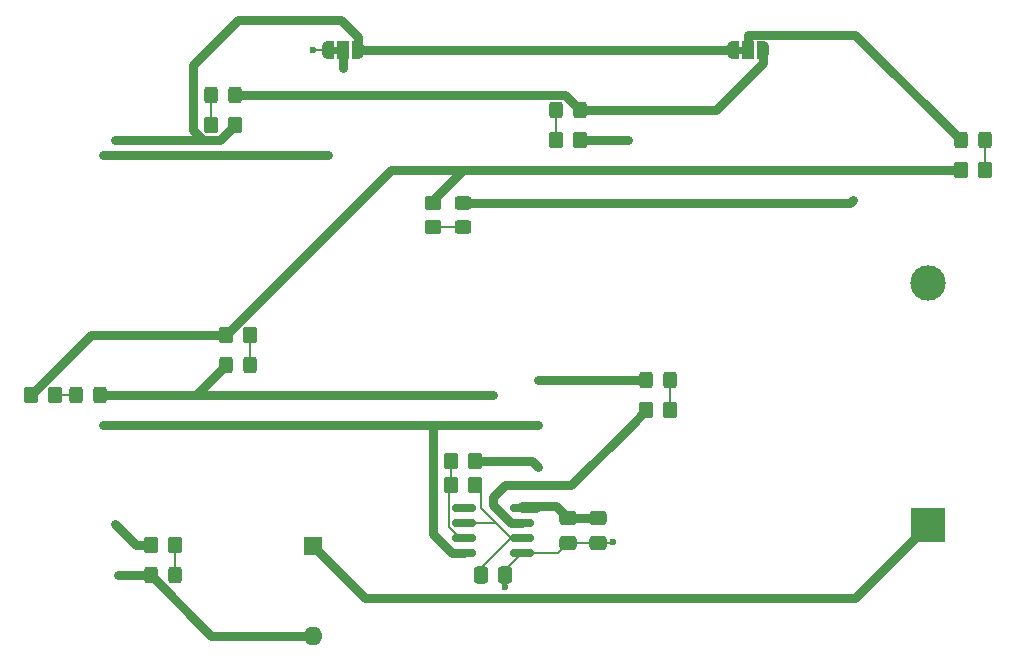
<source format=gbr>
%TF.GenerationSoftware,KiCad,Pcbnew,8.0.6-8.0.6-0~ubuntu22.04.1*%
%TF.CreationDate,2024-11-10T20:50:00-05:00*%
%TF.ProjectId,Badge,42616467-652e-46b6-9963-61645f706362,1.0*%
%TF.SameCoordinates,Original*%
%TF.FileFunction,Copper,L1,Top*%
%TF.FilePolarity,Positive*%
%FSLAX46Y46*%
G04 Gerber Fmt 4.6, Leading zero omitted, Abs format (unit mm)*
G04 Created by KiCad (PCBNEW 8.0.6-8.0.6-0~ubuntu22.04.1) date 2024-11-10 20:50:00*
%MOMM*%
%LPD*%
G01*
G04 APERTURE LIST*
G04 Aperture macros list*
%AMRoundRect*
0 Rectangle with rounded corners*
0 $1 Rounding radius*
0 $2 $3 $4 $5 $6 $7 $8 $9 X,Y pos of 4 corners*
0 Add a 4 corners polygon primitive as box body*
4,1,4,$2,$3,$4,$5,$6,$7,$8,$9,$2,$3,0*
0 Add four circle primitives for the rounded corners*
1,1,$1+$1,$2,$3*
1,1,$1+$1,$4,$5*
1,1,$1+$1,$6,$7*
1,1,$1+$1,$8,$9*
0 Add four rect primitives between the rounded corners*
20,1,$1+$1,$2,$3,$4,$5,0*
20,1,$1+$1,$4,$5,$6,$7,0*
20,1,$1+$1,$6,$7,$8,$9,0*
20,1,$1+$1,$8,$9,$2,$3,0*%
%AMFreePoly0*
4,1,19,0.550000,-0.750000,0.000000,-0.750000,0.000000,-0.744911,-0.071157,-0.744911,-0.207708,-0.704816,-0.327430,-0.627875,-0.420627,-0.520320,-0.479746,-0.390866,-0.500000,-0.250000,-0.500000,0.250000,-0.479746,0.390866,-0.420627,0.520320,-0.327430,0.627875,-0.207708,0.704816,-0.071157,0.744911,0.000000,0.744911,0.000000,0.750000,0.550000,0.750000,0.550000,-0.750000,0.550000,-0.750000,
$1*%
%AMFreePoly1*
4,1,19,0.000000,0.744911,0.071157,0.744911,0.207708,0.704816,0.327430,0.627875,0.420627,0.520320,0.479746,0.390866,0.500000,0.250000,0.500000,-0.250000,0.479746,-0.390866,0.420627,-0.520320,0.327430,-0.627875,0.207708,-0.704816,0.071157,-0.744911,0.000000,-0.744911,0.000000,-0.750000,-0.550000,-0.750000,-0.550000,0.750000,0.000000,0.750000,0.000000,0.744911,0.000000,0.744911,
$1*%
G04 Aperture macros list end*
%TA.AperFunction,EtchedComponent*%
%ADD10C,0.000000*%
%TD*%
%TA.AperFunction,ComponentPad*%
%ADD11R,1.600000X1.600000*%
%TD*%
%TA.AperFunction,ComponentPad*%
%ADD12O,1.600000X1.600000*%
%TD*%
%TA.AperFunction,SMDPad,CuDef*%
%ADD13RoundRect,0.250000X0.325000X0.450000X-0.325000X0.450000X-0.325000X-0.450000X0.325000X-0.450000X0*%
%TD*%
%TA.AperFunction,SMDPad,CuDef*%
%ADD14RoundRect,0.250000X-0.325000X-0.450000X0.325000X-0.450000X0.325000X0.450000X-0.325000X0.450000X0*%
%TD*%
%TA.AperFunction,SMDPad,CuDef*%
%ADD15RoundRect,0.250000X0.350000X0.450000X-0.350000X0.450000X-0.350000X-0.450000X0.350000X-0.450000X0*%
%TD*%
%TA.AperFunction,SMDPad,CuDef*%
%ADD16RoundRect,0.250000X-0.350000X-0.450000X0.350000X-0.450000X0.350000X0.450000X-0.350000X0.450000X0*%
%TD*%
%TA.AperFunction,SMDPad,CuDef*%
%ADD17RoundRect,0.250000X-0.475000X0.337500X-0.475000X-0.337500X0.475000X-0.337500X0.475000X0.337500X0*%
%TD*%
%TA.AperFunction,SMDPad,CuDef*%
%ADD18FreePoly0,0.000000*%
%TD*%
%TA.AperFunction,SMDPad,CuDef*%
%ADD19R,1.000000X1.500000*%
%TD*%
%TA.AperFunction,SMDPad,CuDef*%
%ADD20FreePoly1,0.000000*%
%TD*%
%TA.AperFunction,ComponentPad*%
%ADD21R,3.000000X3.000000*%
%TD*%
%TA.AperFunction,ComponentPad*%
%ADD22C,3.000000*%
%TD*%
%TA.AperFunction,SMDPad,CuDef*%
%ADD23RoundRect,0.150000X0.825000X0.150000X-0.825000X0.150000X-0.825000X-0.150000X0.825000X-0.150000X0*%
%TD*%
%TA.AperFunction,SMDPad,CuDef*%
%ADD24RoundRect,0.250000X-0.337500X-0.475000X0.337500X-0.475000X0.337500X0.475000X-0.337500X0.475000X0*%
%TD*%
%TA.AperFunction,SMDPad,CuDef*%
%ADD25RoundRect,0.250000X0.450000X-0.350000X0.450000X0.350000X-0.450000X0.350000X-0.450000X-0.350000X0*%
%TD*%
%TA.AperFunction,SMDPad,CuDef*%
%ADD26RoundRect,0.250000X0.450000X-0.325000X0.450000X0.325000X-0.450000X0.325000X-0.450000X-0.325000X0*%
%TD*%
%TA.AperFunction,ViaPad*%
%ADD27C,0.600000*%
%TD*%
%TA.AperFunction,Conductor*%
%ADD28C,0.200000*%
%TD*%
%TA.AperFunction,Conductor*%
%ADD29C,0.750000*%
%TD*%
G04 APERTURE END LIST*
D10*
%TA.AperFunction,EtchedComponent*%
%TO.C,JP1*%
G36*
X111360000Y-33320000D02*
G01*
X110860000Y-33320000D01*
X110860000Y-32720000D01*
X111360000Y-32720000D01*
X111360000Y-33320000D01*
G37*
%TD.AperFunction*%
%TA.AperFunction,EtchedComponent*%
%TO.C,JP2*%
G36*
X77070000Y-33320000D02*
G01*
X76570000Y-33320000D01*
X76570000Y-32720000D01*
X77070000Y-32720000D01*
X77070000Y-33320000D01*
G37*
%TD.AperFunction*%
%TD*%
D11*
%TO.P,SW1,1,A*%
%TO.N,/BAT*%
X74930000Y-74972500D03*
D12*
%TO.P,SW1,2,B*%
%TO.N,VCC*%
X74930000Y-82592500D03*
%TD*%
D13*
%TO.P,D5,1,K*%
%TO.N,Net-(D5-K)*%
X69605000Y-59690000D03*
%TO.P,D5,2,A*%
%TO.N,/PULSE2H*%
X67555000Y-59690000D03*
%TD*%
D14*
%TO.P,D7,1,K*%
%TO.N,Net-(D7-K)*%
X54855000Y-62230000D03*
%TO.P,D7,2,A*%
%TO.N,/PULSE2H*%
X56905000Y-62230000D03*
%TD*%
D15*
%TO.P,R10,1*%
%TO.N,VCC*%
X88630000Y-67818000D03*
%TO.P,R10,2*%
%TO.N,Net-(U1-DIS)*%
X86630000Y-67818000D03*
%TD*%
%TO.P,R4,1*%
%TO.N,Net-(D4-K)*%
X105140000Y-63500000D03*
%TO.P,R4,2*%
%TO.N,/PULSE*%
X103140000Y-63500000D03*
%TD*%
D13*
%TO.P,D8,1,K*%
%TO.N,Net-(D8-K)*%
X131835000Y-40640000D03*
%TO.P,D8,2,A*%
%TO.N,/PULSE2H*%
X129785000Y-40640000D03*
%TD*%
%TO.P,D4,1,K*%
%TO.N,Net-(D4-K)*%
X105165000Y-60960000D03*
%TO.P,D4,2,A*%
%TO.N,VCC*%
X103115000Y-60960000D03*
%TD*%
D16*
%TO.P,R2,1*%
%TO.N,Net-(D2-K)*%
X95520000Y-40640000D03*
%TO.P,R2,2*%
%TO.N,/PULSE*%
X97520000Y-40640000D03*
%TD*%
D17*
%TO.P,C1,1*%
%TO.N,VCC*%
X96520000Y-72622500D03*
%TO.P,C1,2*%
%TO.N,GND*%
X96520000Y-74697500D03*
%TD*%
D14*
%TO.P,D2,1,K*%
%TO.N,Net-(D2-K)*%
X95495000Y-38100000D03*
%TO.P,D2,2,A*%
%TO.N,VCC*%
X97545000Y-38100000D03*
%TD*%
D18*
%TO.P,JP1,1,A*%
%TO.N,/PULSE*%
X110460000Y-33020000D03*
D19*
%TO.P,JP1,2,C*%
%TO.N,/PULSE2H*%
X111760000Y-33020000D03*
D20*
%TO.P,JP1,3,B*%
%TO.N,VCC*%
X113060000Y-33020000D03*
%TD*%
D21*
%TO.P,BT1,1,+*%
%TO.N,/BAT*%
X126999999Y-73210000D03*
D22*
%TO.P,BT1,2,-*%
%TO.N,GND*%
X126999999Y-52720000D03*
%TD*%
D14*
%TO.P,D1,1,K*%
%TO.N,Net-(D1-K)*%
X66285000Y-36830000D03*
%TO.P,D1,2,A*%
%TO.N,VCC*%
X68335000Y-36830000D03*
%TD*%
D17*
%TO.P,C3,1*%
%TO.N,VCC*%
X99060000Y-72622500D03*
%TO.P,C3,2*%
%TO.N,GND*%
X99060000Y-74697500D03*
%TD*%
D23*
%TO.P,U1,1,GND*%
%TO.N,GND*%
X92645000Y-75565000D03*
%TO.P,U1,2,TR*%
%TO.N,/TR*%
X92645000Y-74295000D03*
%TO.P,U1,3,Q*%
%TO.N,/PULSE*%
X92645000Y-73025000D03*
%TO.P,U1,4,R*%
%TO.N,VCC*%
X92645000Y-71755000D03*
%TO.P,U1,5,CV*%
%TO.N,unconnected-(U1-CV-Pad5)*%
X87695000Y-71755000D03*
%TO.P,U1,6,THR*%
%TO.N,/TR*%
X87695000Y-73025000D03*
%TO.P,U1,7,DIS*%
%TO.N,Net-(U1-DIS)*%
X87695000Y-74295000D03*
%TO.P,U1,8,VCC*%
%TO.N,VCC*%
X87695000Y-75565000D03*
%TD*%
D16*
%TO.P,R5,1*%
%TO.N,Net-(U1-DIS)*%
X86630000Y-69850000D03*
%TO.P,R5,2*%
%TO.N,/TR*%
X88630000Y-69850000D03*
%TD*%
D24*
%TO.P,C2,1*%
%TO.N,/TR*%
X89132500Y-77470000D03*
%TO.P,C2,2*%
%TO.N,GND*%
X91207500Y-77470000D03*
%TD*%
D25*
%TO.P,R7,1*%
%TO.N,Net-(D6-K)*%
X85090000Y-47990000D03*
%TO.P,R7,2*%
%TO.N,/PULSE2L*%
X85090000Y-45990000D03*
%TD*%
D13*
%TO.P,D3,1,K*%
%TO.N,Net-(D3-K)*%
X63255000Y-77470000D03*
%TO.P,D3,2,A*%
%TO.N,VCC*%
X61205000Y-77470000D03*
%TD*%
D15*
%TO.P,R9,1*%
%TO.N,Net-(D8-K)*%
X131810000Y-43180000D03*
%TO.P,R9,2*%
%TO.N,/PULSE2L*%
X129810000Y-43180000D03*
%TD*%
D18*
%TO.P,JP2,1,A*%
%TO.N,GND*%
X76170000Y-33020000D03*
D19*
%TO.P,JP2,2,C*%
%TO.N,/PULSE2L*%
X77470000Y-33020000D03*
D20*
%TO.P,JP2,3,B*%
%TO.N,/PULSE*%
X78770000Y-33020000D03*
%TD*%
D15*
%TO.P,R6,1*%
%TO.N,Net-(D5-K)*%
X69580000Y-57150000D03*
%TO.P,R6,2*%
%TO.N,/PULSE2L*%
X67580000Y-57150000D03*
%TD*%
%TO.P,R3,1*%
%TO.N,Net-(D3-K)*%
X63230000Y-74930000D03*
%TO.P,R3,2*%
%TO.N,/PULSE*%
X61230000Y-74930000D03*
%TD*%
D16*
%TO.P,R1,1*%
%TO.N,Net-(D1-K)*%
X66310000Y-39370000D03*
%TO.P,R1,2*%
%TO.N,/PULSE*%
X68310000Y-39370000D03*
%TD*%
D26*
%TO.P,D6,1,K*%
%TO.N,Net-(D6-K)*%
X87630000Y-48015000D03*
%TO.P,D6,2,A*%
%TO.N,/PULSE2H*%
X87630000Y-45965000D03*
%TD*%
D15*
%TO.P,R8,1*%
%TO.N,Net-(D7-K)*%
X53070000Y-62230000D03*
%TO.P,R8,2*%
%TO.N,/PULSE2L*%
X51070000Y-62230000D03*
%TD*%
D27*
%TO.N,GND*%
X91186000Y-78486000D03*
X74930000Y-33020000D03*
X100330000Y-74676000D03*
%TO.N,VCC*%
X57150000Y-64770000D03*
X93980000Y-60960000D03*
X76200000Y-41910000D03*
X93980000Y-68326000D03*
X58420000Y-77470000D03*
X57150000Y-41910000D03*
X93980000Y-64770000D03*
X93980000Y-71600000D03*
X76200000Y-36825000D03*
%TO.N,/PULSE*%
X101735000Y-64905000D03*
X102870000Y-33020000D03*
X58166000Y-40640000D03*
X58166000Y-73152000D03*
X101600000Y-40640000D03*
%TO.N,/PULSE2H*%
X90170000Y-62230000D03*
X120650000Y-31750000D03*
X120650000Y-45720000D03*
X90170000Y-45965000D03*
%TO.N,/PULSE2L*%
X77478000Y-47252000D03*
X77470000Y-34544000D03*
%TD*%
D28*
%TO.N,GND*%
X91207500Y-77002500D02*
X92645000Y-75565000D01*
X96520000Y-74697500D02*
X95652500Y-75565000D01*
X91207500Y-78464500D02*
X91186000Y-78486000D01*
X100308500Y-74697500D02*
X100330000Y-74676000D01*
X99060000Y-74697500D02*
X96520000Y-74697500D01*
X91207500Y-77470000D02*
X91207500Y-78464500D01*
X76170000Y-33020000D02*
X74930000Y-33020000D01*
X95652500Y-75565000D02*
X92645000Y-75565000D01*
X99060000Y-74697500D02*
X100308500Y-74697500D01*
X91207500Y-77470000D02*
X91207500Y-77002500D01*
D29*
%TO.N,VCC*%
X97545000Y-38100000D02*
X109080000Y-38100000D01*
X66327500Y-82592500D02*
X61205000Y-77470000D01*
X88630000Y-67818000D02*
X93472000Y-67818000D01*
X74930000Y-82592500D02*
X66327500Y-82592500D01*
X99060000Y-72622500D02*
X96520000Y-72622500D01*
X76200000Y-36825000D02*
X96270000Y-36825000D01*
X61205000Y-77470000D02*
X58420000Y-77470000D01*
X103115000Y-60960000D02*
X93980000Y-60960000D01*
X87695000Y-75565000D02*
X86720001Y-75565000D01*
X85090000Y-64770000D02*
X57150000Y-64770000D01*
X93980000Y-71600000D02*
X92645000Y-71600000D01*
X95497500Y-71600000D02*
X93980000Y-71600000D01*
X96270000Y-36825000D02*
X97545000Y-38100000D01*
X85090000Y-73934999D02*
X85090000Y-64770000D01*
X109080000Y-38100000D02*
X113060000Y-34120000D01*
X86720001Y-75565000D02*
X85090000Y-73934999D01*
X92645000Y-71755000D02*
X93825000Y-71755000D01*
X68340000Y-36825000D02*
X76200000Y-36825000D01*
X57150000Y-41910000D02*
X76200000Y-41910000D01*
X68335000Y-36830000D02*
X68340000Y-36825000D01*
X96520000Y-72622500D02*
X95497500Y-71600000D01*
X113060000Y-34120000D02*
X113060000Y-33020000D01*
X93980000Y-64770000D02*
X85090000Y-64770000D01*
X93472000Y-67818000D02*
X93980000Y-68326000D01*
X93825000Y-71755000D02*
X93980000Y-71600000D01*
D28*
%TO.N,/TR*%
X92645000Y-74295000D02*
X91670001Y-74295000D01*
X89132500Y-76832501D02*
X89132500Y-77470000D01*
X89170000Y-71794999D02*
X90400001Y-73025000D01*
X91670001Y-74295000D02*
X89132500Y-76832501D01*
X90400001Y-73025000D02*
X87695000Y-73025000D01*
X91670001Y-74295000D02*
X90400001Y-73025000D01*
X89170000Y-69850000D02*
X89170000Y-71794999D01*
%TO.N,Net-(D1-K)*%
X66310000Y-36855000D02*
X66285000Y-36830000D01*
X66310000Y-39370000D02*
X66310000Y-36855000D01*
X66285000Y-39395000D02*
X66310000Y-39370000D01*
%TO.N,Net-(D2-K)*%
X95495000Y-38100000D02*
X95495000Y-40615000D01*
X95495000Y-40615000D02*
X95520000Y-40640000D01*
%TO.N,Net-(D3-K)*%
X63230000Y-77445000D02*
X63255000Y-77470000D01*
X63230000Y-74930000D02*
X63230000Y-77445000D01*
%TO.N,Net-(D4-K)*%
X105165000Y-60960000D02*
X105165000Y-63475000D01*
X105140000Y-60985000D02*
X105165000Y-60960000D01*
X105165000Y-63475000D02*
X105140000Y-63500000D01*
%TO.N,Net-(D5-K)*%
X69580000Y-57150000D02*
X69580000Y-59665000D01*
X69580000Y-59665000D02*
X69605000Y-59690000D01*
%TO.N,Net-(D6-K)*%
X85115000Y-48015000D02*
X85090000Y-47990000D01*
X87630000Y-48015000D02*
X85115000Y-48015000D01*
%TO.N,Net-(D7-K)*%
X54855000Y-62230000D02*
X53070000Y-62230000D01*
%TO.N,Net-(D8-K)*%
X131835000Y-43155000D02*
X131810000Y-43180000D01*
X131835000Y-40640000D02*
X131835000Y-43155000D01*
D29*
%TO.N,/PULSE*%
X58928000Y-40640000D02*
X58933000Y-40645000D01*
X97520000Y-40640000D02*
X101600000Y-40640000D01*
X96790000Y-69850000D02*
X101735000Y-64905000D01*
X102870000Y-33020000D02*
X78770000Y-33020000D01*
X91670001Y-73025000D02*
X90170000Y-71524999D01*
X61230000Y-74930000D02*
X59944000Y-74930000D01*
X77330000Y-30480000D02*
X68580000Y-30480000D01*
X110460000Y-33020000D02*
X102870000Y-33020000D01*
X64770000Y-39803654D02*
X65611346Y-40645000D01*
X91170000Y-69850000D02*
X96790000Y-69850000D01*
X67035000Y-40645000D02*
X68310000Y-39370000D01*
X78770000Y-31920000D02*
X77330000Y-30480000D01*
X64770000Y-34290000D02*
X64770000Y-39803654D01*
X78770000Y-33020000D02*
X78770000Y-31920000D01*
X101735000Y-64905000D02*
X103140000Y-63500000D01*
X58166000Y-40640000D02*
X58928000Y-40640000D01*
X58933000Y-40645000D02*
X67035000Y-40645000D01*
X65611346Y-40645000D02*
X67035000Y-40645000D01*
X92645000Y-73025000D02*
X91670001Y-73025000D01*
X90170000Y-71524999D02*
X90170000Y-70850000D01*
X90170000Y-70850000D02*
X91170000Y-69850000D01*
X68580000Y-30480000D02*
X64770000Y-34290000D01*
X59944000Y-74930000D02*
X58166000Y-73152000D01*
D28*
%TO.N,Net-(U1-DIS)*%
X86420000Y-70060000D02*
X86420000Y-73365552D01*
X86630000Y-69850000D02*
X86420000Y-70060000D01*
X86630000Y-69850000D02*
X86630000Y-67818000D01*
X86420000Y-73365552D02*
X87349448Y-74295000D01*
X87349448Y-74295000D02*
X87695000Y-74295000D01*
D29*
%TO.N,/PULSE2H*%
X111760000Y-31750000D02*
X111820000Y-31690000D01*
X56905000Y-62230000D02*
X65015000Y-62230000D01*
X90170000Y-45965000D02*
X120405000Y-45965000D01*
X120405000Y-45965000D02*
X120650000Y-45720000D01*
X111760000Y-33020000D02*
X111760000Y-31750000D01*
X65015000Y-62230000D02*
X90170000Y-62230000D01*
X111820000Y-31690000D02*
X120835000Y-31690000D01*
X65015000Y-62230000D02*
X67555000Y-59690000D01*
X120835000Y-31690000D02*
X129785000Y-40640000D01*
X87630000Y-45965000D02*
X90170000Y-45965000D01*
%TO.N,/PULSE2L*%
X56150000Y-57150000D02*
X51070000Y-62230000D01*
X87630000Y-43180000D02*
X81550000Y-43180000D01*
X67580000Y-57150000D02*
X56150000Y-57150000D01*
X85090000Y-45990000D02*
X85090000Y-45720000D01*
X81550000Y-43180000D02*
X67580000Y-57150000D01*
X77470000Y-33020000D02*
X77470000Y-34544000D01*
X85090000Y-45720000D02*
X87630000Y-43180000D01*
X129810000Y-43180000D02*
X87630000Y-43180000D01*
%TO.N,/BAT*%
X79318500Y-79361000D02*
X74930000Y-74972500D01*
X120848999Y-79361000D02*
X79318500Y-79361000D01*
X126999999Y-73210000D02*
X120848999Y-79361000D01*
%TD*%
M02*

</source>
